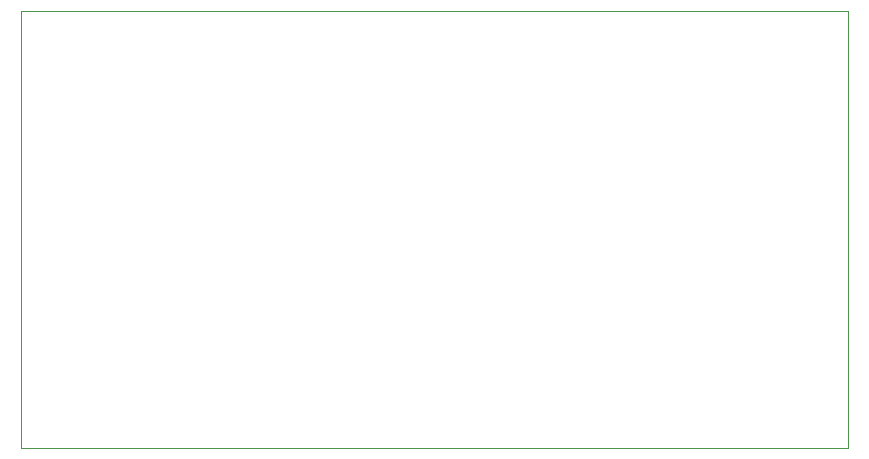
<source format=gbr>
%TF.GenerationSoftware,KiCad,Pcbnew,9.0.6*%
%TF.CreationDate,2026-01-23T02:05:32+03:00*%
%TF.ProjectId,control_panel,636f6e74-726f-46c5-9f70-616e656c2e6b,rev?*%
%TF.SameCoordinates,Original*%
%TF.FileFunction,Profile,NP*%
%FSLAX46Y46*%
G04 Gerber Fmt 4.6, Leading zero omitted, Abs format (unit mm)*
G04 Created by KiCad (PCBNEW 9.0.6) date 2026-01-23 02:05:32*
%MOMM*%
%LPD*%
G01*
G04 APERTURE LIST*
%TA.AperFunction,Profile*%
%ADD10C,0.050000*%
%TD*%
G04 APERTURE END LIST*
D10*
X50000000Y-50000000D02*
X120000000Y-50000000D01*
X120000000Y-87000000D01*
X50000000Y-87000000D01*
X50000000Y-50000000D01*
M02*

</source>
